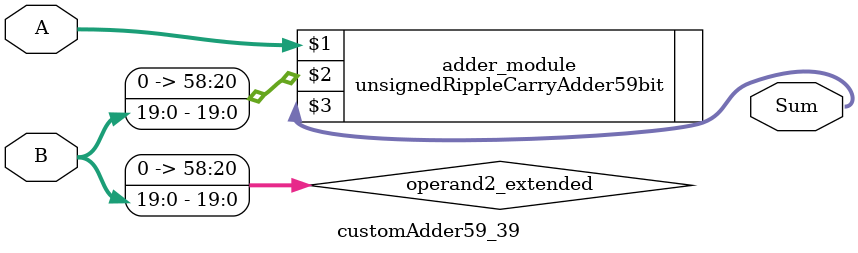
<source format=v>
module customAdder59_39(
                        input [58 : 0] A,
                        input [19 : 0] B,
                        
                        output [59 : 0] Sum
                );

        wire [58 : 0] operand2_extended;
        
        assign operand2_extended =  {39'b0, B};
        
        unsignedRippleCarryAdder59bit adder_module(
            A,
            operand2_extended,
            Sum
        );
        
        endmodule
        
</source>
